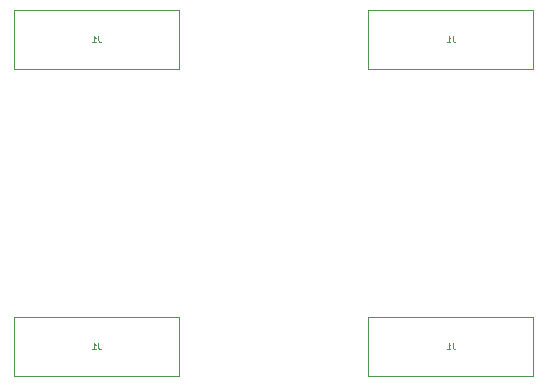
<source format=gbr>
%TF.GenerationSoftware,KiCad,Pcbnew,(6.0.0-0)*%
%TF.CreationDate,2022-03-16T23:04:28-04:00*%
%TF.ProjectId,for_stencil,666f725f-7374-4656-9e63-696c2e6b6963,rev?*%
%TF.SameCoordinates,Original*%
%TF.FileFunction,Legend,Bot*%
%TF.FilePolarity,Positive*%
%FSLAX46Y46*%
G04 Gerber Fmt 4.6, Leading zero omitted, Abs format (unit mm)*
G04 Created by KiCad (PCBNEW (6.0.0-0)) date 2022-03-16 23:04:28*
%MOMM*%
%LPD*%
G01*
G04 APERTURE LIST*
%ADD10C,0.100000*%
%ADD11C,0.120000*%
G04 APERTURE END LIST*
D10*
%TO.C,J1*%
X107166666Y-38726190D02*
X107166666Y-39083333D01*
X107190476Y-39154761D01*
X107238095Y-39202380D01*
X107309523Y-39226190D01*
X107357142Y-39226190D01*
X106666666Y-39226190D02*
X106952380Y-39226190D01*
X106809523Y-39226190D02*
X106809523Y-38726190D01*
X106857142Y-38797619D01*
X106904761Y-38845238D01*
X106952380Y-38869047D01*
X137166666Y-38726190D02*
X137166666Y-39083333D01*
X137190476Y-39154761D01*
X137238095Y-39202380D01*
X137309523Y-39226190D01*
X137357142Y-39226190D01*
X136666666Y-39226190D02*
X136952380Y-39226190D01*
X136809523Y-39226190D02*
X136809523Y-38726190D01*
X136857142Y-38797619D01*
X136904761Y-38845238D01*
X136952380Y-38869047D01*
X137166666Y-64726190D02*
X137166666Y-65083333D01*
X137190476Y-65154761D01*
X137238095Y-65202380D01*
X137309523Y-65226190D01*
X137357142Y-65226190D01*
X136666666Y-65226190D02*
X136952380Y-65226190D01*
X136809523Y-65226190D02*
X136809523Y-64726190D01*
X136857142Y-64797619D01*
X136904761Y-64845238D01*
X136952380Y-64869047D01*
X107166666Y-64726190D02*
X107166666Y-65083333D01*
X107190476Y-65154761D01*
X107238095Y-65202380D01*
X107309523Y-65226190D01*
X107357142Y-65226190D01*
X106666666Y-65226190D02*
X106952380Y-65226190D01*
X106809523Y-65226190D02*
X106809523Y-64726190D01*
X106857142Y-64797619D01*
X106904761Y-64845238D01*
X106952380Y-64869047D01*
D11*
X100000000Y-41500000D02*
X100000000Y-36500000D01*
X113996500Y-36500000D02*
X113996500Y-41500000D01*
X113996500Y-41500000D02*
X100000000Y-41500000D01*
X100000000Y-36500000D02*
X113996500Y-36500000D01*
X130000000Y-41500000D02*
X130000000Y-36500000D01*
X143996500Y-36500000D02*
X143996500Y-41500000D01*
X143996500Y-41500000D02*
X130000000Y-41500000D01*
X130000000Y-36500000D02*
X143996500Y-36500000D01*
X130000000Y-67500000D02*
X130000000Y-62500000D01*
X143996500Y-62500000D02*
X143996500Y-67500000D01*
X143996500Y-67500000D02*
X130000000Y-67500000D01*
X130000000Y-62500000D02*
X143996500Y-62500000D01*
X100000000Y-67500000D02*
X100000000Y-62500000D01*
X113996500Y-62500000D02*
X113996500Y-67500000D01*
X113996500Y-67500000D02*
X100000000Y-67500000D01*
X100000000Y-62500000D02*
X113996500Y-62500000D01*
%TD*%
M02*

</source>
